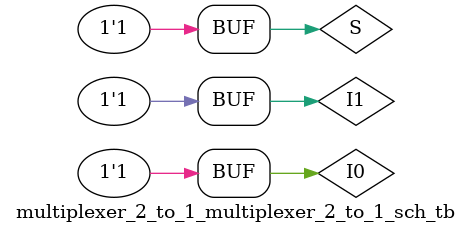
<source format=v>

`timescale 1ns / 1ps

module multiplexer_2_to_1_multiplexer_2_to_1_sch_tb();

// Inputs
   reg S;
   reg I0;
   reg I1;

// Output
   wire Y;

// Bidirs

// Instantiate the UUT
   multiplexer_2_to_1 UUT (
		.S(S), 
		.I0(I0), 
		.I1(I1), 
		.Y(Y)
   );
// Initialize Inputs

	initial begin
		S = 0;
		I0 = 0;
		I1 = 0;
		#100;
		S = 0;
		I0 = 0;
		I1 = 1;
		#100;
		S = 0;
		I0 = 1;
		I1 = 0;
		#100;
		S = 0;
		I0 = 1;
		I1 = 1;
		#100;
		S = 1;
		I0 = 0;
		I1 = 0;
		#100;
		S = 1;
		I0 = 0;
		I1 = 1;
		#100;
		S = 1;
		I0 = 1;
		I1 = 0;
		#100;
		S = 1;
		I0 = 1;
		I1 = 1;
		#100;
   end
endmodule

</source>
